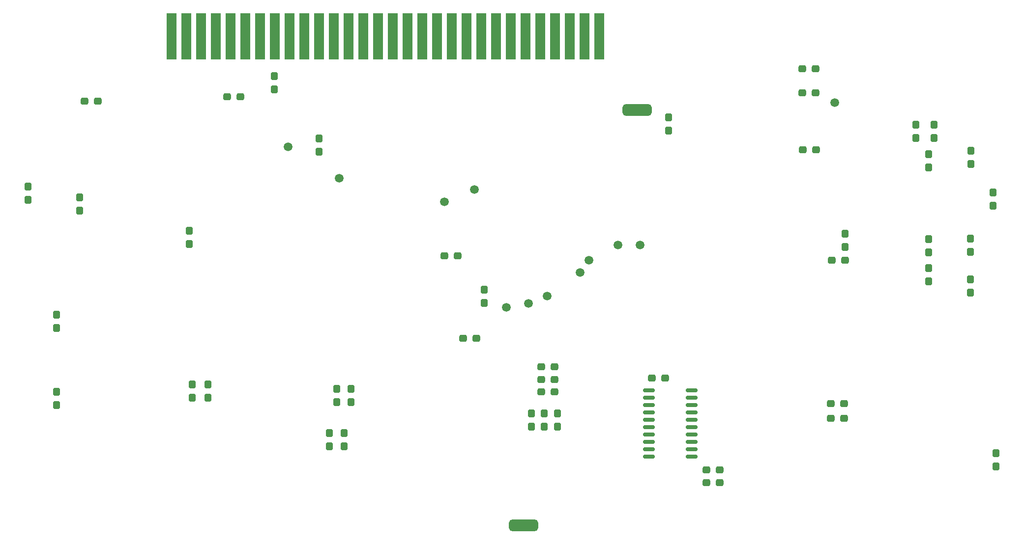
<source format=gbp>
G04 #@! TF.GenerationSoftware,KiCad,Pcbnew,7.0.2-0*
G04 #@! TF.CreationDate,2023-07-10T22:44:26+02:00*
G04 #@! TF.ProjectId,MegaCD,4d656761-4344-42e6-9b69-6361645f7063,rev?*
G04 #@! TF.SameCoordinates,Original*
G04 #@! TF.FileFunction,Paste,Bot*
G04 #@! TF.FilePolarity,Positive*
%FSLAX46Y46*%
G04 Gerber Fmt 4.6, Leading zero omitted, Abs format (unit mm)*
G04 Created by KiCad (PCBNEW 7.0.2-0) date 2023-07-10 22:44:26*
%MOMM*%
%LPD*%
G01*
G04 APERTURE LIST*
G04 Aperture macros list*
%AMRoundRect*
0 Rectangle with rounded corners*
0 $1 Rounding radius*
0 $2 $3 $4 $5 $6 $7 $8 $9 X,Y pos of 4 corners*
0 Add a 4 corners polygon primitive as box body*
4,1,4,$2,$3,$4,$5,$6,$7,$8,$9,$2,$3,0*
0 Add four circle primitives for the rounded corners*
1,1,$1+$1,$2,$3*
1,1,$1+$1,$4,$5*
1,1,$1+$1,$6,$7*
1,1,$1+$1,$8,$9*
0 Add four rect primitives between the rounded corners*
20,1,$1+$1,$2,$3,$4,$5,0*
20,1,$1+$1,$4,$5,$6,$7,0*
20,1,$1+$1,$6,$7,$8,$9,0*
20,1,$1+$1,$8,$9,$2,$3,0*%
G04 Aperture macros list end*
%ADD10R,1.778000X8.000000*%
%ADD11RoundRect,0.255319X-0.344681X0.394681X-0.344681X-0.394681X0.344681X-0.394681X0.344681X0.394681X0*%
%ADD12RoundRect,0.255319X0.344681X-0.394681X0.344681X0.394681X-0.344681X0.394681X-0.344681X-0.394681X0*%
%ADD13C,1.500000*%
%ADD14RoundRect,0.255319X-0.394681X-0.344681X0.394681X-0.344681X0.394681X0.344681X-0.394681X0.344681X0*%
%ADD15RoundRect,0.150000X0.875000X0.150000X-0.875000X0.150000X-0.875000X-0.150000X0.875000X-0.150000X0*%
%ADD16RoundRect,0.500000X2.000000X0.500000X-2.000000X0.500000X-2.000000X-0.500000X2.000000X-0.500000X0*%
%ADD17RoundRect,0.255319X0.394681X0.344681X-0.394681X0.344681X-0.394681X-0.344681X0.394681X-0.344681X0*%
G04 APERTURE END LIST*
D10*
X157480000Y-50800000D03*
X154940000Y-50800000D03*
X152400000Y-50800000D03*
X149860000Y-50800000D03*
X147320000Y-50800000D03*
X144780000Y-50800000D03*
X142240000Y-50800000D03*
X139700000Y-50800000D03*
X137160000Y-50800000D03*
X134620000Y-50800000D03*
X132080000Y-50800000D03*
X129540000Y-50800000D03*
X127000000Y-50800000D03*
X124460000Y-50800000D03*
X121920000Y-50800000D03*
X119380000Y-50800000D03*
X116840000Y-50800000D03*
X114300000Y-50800000D03*
X111760000Y-50800000D03*
X109220000Y-50800000D03*
X106680000Y-50800000D03*
X104140000Y-50800000D03*
X101600000Y-50800000D03*
X99060000Y-50800000D03*
X96520000Y-50800000D03*
X93980000Y-50800000D03*
X91440000Y-50800000D03*
X88900000Y-50800000D03*
X86360000Y-50800000D03*
X83820000Y-50800000D03*
D11*
X112268000Y-111633000D03*
X112268000Y-113919000D03*
D12*
X109220000Y-70739000D03*
X109220000Y-68453000D03*
X225806000Y-124968000D03*
X225806000Y-122682000D03*
D11*
X64008000Y-112141000D03*
X64008000Y-114427000D03*
D12*
X145796000Y-118110000D03*
X145796000Y-115824000D03*
D13*
X135966200Y-77241400D03*
X164515800Y-86791800D03*
D14*
X147447000Y-107823000D03*
X149733000Y-107823000D03*
X197485000Y-89408000D03*
X199771000Y-89408000D03*
D11*
X214198200Y-85775800D03*
X214198200Y-88061800D03*
D14*
X175949700Y-127762000D03*
X178235700Y-127762000D03*
D13*
X141478000Y-97536000D03*
X112649000Y-75311000D03*
D12*
X67945000Y-80899000D03*
X67945000Y-78613000D03*
D14*
X93345000Y-61214000D03*
X95631000Y-61214000D03*
D12*
X214198200Y-93091000D03*
X214198200Y-90805000D03*
D11*
X211963000Y-66040000D03*
X211963000Y-68326000D03*
D15*
X173355000Y-111887000D03*
X173355000Y-113157000D03*
X173355000Y-114427000D03*
X173355000Y-115697000D03*
X173355000Y-116967000D03*
X173355000Y-118237000D03*
X173355000Y-119507000D03*
X173355000Y-120777000D03*
X173355000Y-122047000D03*
X173355000Y-123317000D03*
X165989000Y-123317000D03*
X165989000Y-122047000D03*
X165989000Y-120777000D03*
X165989000Y-119507000D03*
X165989000Y-118237000D03*
X165989000Y-116967000D03*
X165989000Y-115697000D03*
X165989000Y-114427000D03*
X165989000Y-113157000D03*
X165989000Y-111887000D03*
D13*
X154178000Y-91567000D03*
D16*
X144399000Y-135128000D03*
D11*
X101473000Y-57658000D03*
X101473000Y-59944000D03*
D13*
X197993000Y-62230000D03*
D17*
X194691000Y-56388000D03*
X192405000Y-56388000D03*
D14*
X133985000Y-102870000D03*
X136271000Y-102870000D03*
D13*
X103911400Y-69875400D03*
D11*
X137668000Y-94488000D03*
X137668000Y-96774000D03*
D16*
X163957000Y-63500000D03*
D12*
X150241000Y-118110000D03*
X150241000Y-115824000D03*
D11*
X87376000Y-110871000D03*
X87376000Y-113157000D03*
D12*
X199771000Y-87122000D03*
X199771000Y-84836000D03*
X148005800Y-118110000D03*
X148005800Y-115824000D03*
D14*
X147447000Y-109982000D03*
X149733000Y-109982000D03*
D11*
X113538000Y-119253000D03*
X113538000Y-121539000D03*
X64008000Y-98806000D03*
X64008000Y-101092000D03*
D14*
X197358000Y-114173000D03*
X199644000Y-114173000D03*
D11*
X90043000Y-110871000D03*
X90043000Y-113157000D03*
X114681000Y-111633000D03*
X114681000Y-113919000D03*
X215163400Y-66040000D03*
X215163400Y-68326000D03*
X110998000Y-119253000D03*
X110998000Y-121539000D03*
D14*
X130810000Y-88646000D03*
X133096000Y-88646000D03*
D12*
X59055000Y-78994000D03*
X59055000Y-76708000D03*
D14*
X166497000Y-109728000D03*
X168783000Y-109728000D03*
X147447000Y-112141000D03*
X149733000Y-112141000D03*
D13*
X160655000Y-86791800D03*
D14*
X68834000Y-61976000D03*
X71120000Y-61976000D03*
D13*
X148463000Y-95631000D03*
D11*
X86868000Y-84328000D03*
X86868000Y-86614000D03*
D14*
X197358000Y-116713000D03*
X199644000Y-116713000D03*
X175949700Y-125603000D03*
X178235700Y-125603000D03*
D12*
X169418000Y-67056000D03*
X169418000Y-64770000D03*
X221361000Y-88011000D03*
X221361000Y-85725000D03*
D13*
X130784600Y-79324200D03*
X145288000Y-96901000D03*
X155702000Y-89408000D03*
D12*
X221488000Y-72792500D03*
X221488000Y-70506500D03*
D14*
X192532000Y-70358000D03*
X194818000Y-70358000D03*
D12*
X225298000Y-79994000D03*
X225298000Y-77708000D03*
D17*
X194691000Y-60579000D03*
X192405000Y-60579000D03*
D12*
X214198200Y-73431400D03*
X214198200Y-71145400D03*
X221361000Y-94996000D03*
X221361000Y-92710000D03*
M02*

</source>
